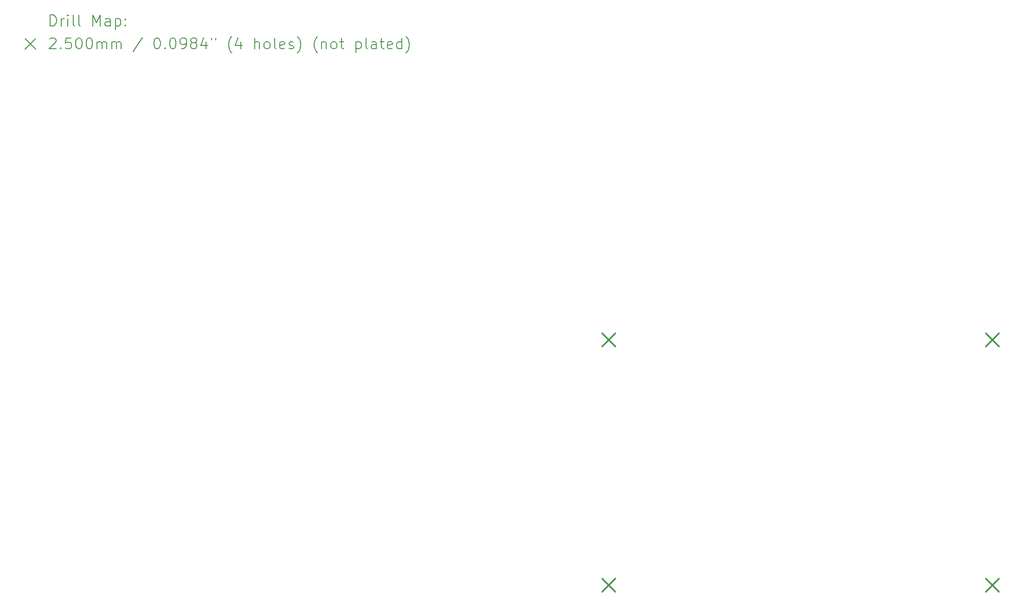
<source format=gbr>
%TF.GenerationSoftware,KiCad,Pcbnew,8.0.6*%
%TF.CreationDate,2025-05-08T15:48:47-04:00*%
%TF.ProjectId,PowerBoard2,506f7765-7242-46f6-9172-64322e6b6963,rev?*%
%TF.SameCoordinates,Original*%
%TF.FileFunction,Drillmap*%
%TF.FilePolarity,Positive*%
%FSLAX45Y45*%
G04 Gerber Fmt 4.5, Leading zero omitted, Abs format (unit mm)*
G04 Created by KiCad (PCBNEW 8.0.6) date 2025-05-08 15:48:47*
%MOMM*%
%LPD*%
G01*
G04 APERTURE LIST*
%ADD10C,0.200000*%
%ADD11C,0.250000*%
G04 APERTURE END LIST*
D10*
D11*
X10325000Y-5915000D02*
X10575000Y-6165000D01*
X10575000Y-5915000D02*
X10325000Y-6165000D01*
X10325000Y-10395000D02*
X10575000Y-10645000D01*
X10575000Y-10395000D02*
X10325000Y-10645000D01*
X17325000Y-5915000D02*
X17575000Y-6165000D01*
X17575000Y-5915000D02*
X17325000Y-6165000D01*
X17325000Y-10395000D02*
X17575000Y-10645000D01*
X17575000Y-10395000D02*
X17325000Y-10645000D01*
D10*
X260777Y-311484D02*
X260777Y-111484D01*
X260777Y-111484D02*
X308396Y-111484D01*
X308396Y-111484D02*
X336967Y-121008D01*
X336967Y-121008D02*
X356015Y-140055D01*
X356015Y-140055D02*
X365539Y-159103D01*
X365539Y-159103D02*
X375062Y-197198D01*
X375062Y-197198D02*
X375062Y-225769D01*
X375062Y-225769D02*
X365539Y-263865D01*
X365539Y-263865D02*
X356015Y-282912D01*
X356015Y-282912D02*
X336967Y-301960D01*
X336967Y-301960D02*
X308396Y-311484D01*
X308396Y-311484D02*
X260777Y-311484D01*
X460777Y-311484D02*
X460777Y-178150D01*
X460777Y-216246D02*
X470301Y-197198D01*
X470301Y-197198D02*
X479824Y-187674D01*
X479824Y-187674D02*
X498872Y-178150D01*
X498872Y-178150D02*
X517920Y-178150D01*
X584586Y-311484D02*
X584586Y-178150D01*
X584586Y-111484D02*
X575063Y-121008D01*
X575063Y-121008D02*
X584586Y-130531D01*
X584586Y-130531D02*
X594110Y-121008D01*
X594110Y-121008D02*
X584586Y-111484D01*
X584586Y-111484D02*
X584586Y-130531D01*
X708396Y-311484D02*
X689348Y-301960D01*
X689348Y-301960D02*
X679824Y-282912D01*
X679824Y-282912D02*
X679824Y-111484D01*
X813158Y-311484D02*
X794110Y-301960D01*
X794110Y-301960D02*
X784586Y-282912D01*
X784586Y-282912D02*
X784586Y-111484D01*
X1041729Y-311484D02*
X1041729Y-111484D01*
X1041729Y-111484D02*
X1108396Y-254341D01*
X1108396Y-254341D02*
X1175063Y-111484D01*
X1175063Y-111484D02*
X1175063Y-311484D01*
X1356015Y-311484D02*
X1356015Y-206722D01*
X1356015Y-206722D02*
X1346491Y-187674D01*
X1346491Y-187674D02*
X1327444Y-178150D01*
X1327444Y-178150D02*
X1289348Y-178150D01*
X1289348Y-178150D02*
X1270301Y-187674D01*
X1356015Y-301960D02*
X1336967Y-311484D01*
X1336967Y-311484D02*
X1289348Y-311484D01*
X1289348Y-311484D02*
X1270301Y-301960D01*
X1270301Y-301960D02*
X1260777Y-282912D01*
X1260777Y-282912D02*
X1260777Y-263865D01*
X1260777Y-263865D02*
X1270301Y-244817D01*
X1270301Y-244817D02*
X1289348Y-235293D01*
X1289348Y-235293D02*
X1336967Y-235293D01*
X1336967Y-235293D02*
X1356015Y-225769D01*
X1451253Y-178150D02*
X1451253Y-378150D01*
X1451253Y-187674D02*
X1470301Y-178150D01*
X1470301Y-178150D02*
X1508396Y-178150D01*
X1508396Y-178150D02*
X1527443Y-187674D01*
X1527443Y-187674D02*
X1536967Y-197198D01*
X1536967Y-197198D02*
X1546491Y-216246D01*
X1546491Y-216246D02*
X1546491Y-273389D01*
X1546491Y-273389D02*
X1536967Y-292436D01*
X1536967Y-292436D02*
X1527443Y-301960D01*
X1527443Y-301960D02*
X1508396Y-311484D01*
X1508396Y-311484D02*
X1470301Y-311484D01*
X1470301Y-311484D02*
X1451253Y-301960D01*
X1632205Y-292436D02*
X1641729Y-301960D01*
X1641729Y-301960D02*
X1632205Y-311484D01*
X1632205Y-311484D02*
X1622682Y-301960D01*
X1622682Y-301960D02*
X1632205Y-292436D01*
X1632205Y-292436D02*
X1632205Y-311484D01*
X1632205Y-187674D02*
X1641729Y-197198D01*
X1641729Y-197198D02*
X1632205Y-206722D01*
X1632205Y-206722D02*
X1622682Y-197198D01*
X1622682Y-197198D02*
X1632205Y-187674D01*
X1632205Y-187674D02*
X1632205Y-206722D01*
X-200000Y-540000D02*
X0Y-740000D01*
X0Y-540000D02*
X-200000Y-740000D01*
X251253Y-550531D02*
X260777Y-541008D01*
X260777Y-541008D02*
X279824Y-531484D01*
X279824Y-531484D02*
X327444Y-531484D01*
X327444Y-531484D02*
X346491Y-541008D01*
X346491Y-541008D02*
X356015Y-550531D01*
X356015Y-550531D02*
X365539Y-569579D01*
X365539Y-569579D02*
X365539Y-588627D01*
X365539Y-588627D02*
X356015Y-617198D01*
X356015Y-617198D02*
X241729Y-731484D01*
X241729Y-731484D02*
X365539Y-731484D01*
X451253Y-712436D02*
X460777Y-721960D01*
X460777Y-721960D02*
X451253Y-731484D01*
X451253Y-731484D02*
X441729Y-721960D01*
X441729Y-721960D02*
X451253Y-712436D01*
X451253Y-712436D02*
X451253Y-731484D01*
X641729Y-531484D02*
X546491Y-531484D01*
X546491Y-531484D02*
X536967Y-626722D01*
X536967Y-626722D02*
X546491Y-617198D01*
X546491Y-617198D02*
X565539Y-607674D01*
X565539Y-607674D02*
X613158Y-607674D01*
X613158Y-607674D02*
X632205Y-617198D01*
X632205Y-617198D02*
X641729Y-626722D01*
X641729Y-626722D02*
X651253Y-645770D01*
X651253Y-645770D02*
X651253Y-693389D01*
X651253Y-693389D02*
X641729Y-712436D01*
X641729Y-712436D02*
X632205Y-721960D01*
X632205Y-721960D02*
X613158Y-731484D01*
X613158Y-731484D02*
X565539Y-731484D01*
X565539Y-731484D02*
X546491Y-721960D01*
X546491Y-721960D02*
X536967Y-712436D01*
X775062Y-531484D02*
X794110Y-531484D01*
X794110Y-531484D02*
X813158Y-541008D01*
X813158Y-541008D02*
X822682Y-550531D01*
X822682Y-550531D02*
X832205Y-569579D01*
X832205Y-569579D02*
X841729Y-607674D01*
X841729Y-607674D02*
X841729Y-655293D01*
X841729Y-655293D02*
X832205Y-693389D01*
X832205Y-693389D02*
X822682Y-712436D01*
X822682Y-712436D02*
X813158Y-721960D01*
X813158Y-721960D02*
X794110Y-731484D01*
X794110Y-731484D02*
X775062Y-731484D01*
X775062Y-731484D02*
X756015Y-721960D01*
X756015Y-721960D02*
X746491Y-712436D01*
X746491Y-712436D02*
X736967Y-693389D01*
X736967Y-693389D02*
X727443Y-655293D01*
X727443Y-655293D02*
X727443Y-607674D01*
X727443Y-607674D02*
X736967Y-569579D01*
X736967Y-569579D02*
X746491Y-550531D01*
X746491Y-550531D02*
X756015Y-541008D01*
X756015Y-541008D02*
X775062Y-531484D01*
X965539Y-531484D02*
X984586Y-531484D01*
X984586Y-531484D02*
X1003634Y-541008D01*
X1003634Y-541008D02*
X1013158Y-550531D01*
X1013158Y-550531D02*
X1022682Y-569579D01*
X1022682Y-569579D02*
X1032205Y-607674D01*
X1032205Y-607674D02*
X1032205Y-655293D01*
X1032205Y-655293D02*
X1022682Y-693389D01*
X1022682Y-693389D02*
X1013158Y-712436D01*
X1013158Y-712436D02*
X1003634Y-721960D01*
X1003634Y-721960D02*
X984586Y-731484D01*
X984586Y-731484D02*
X965539Y-731484D01*
X965539Y-731484D02*
X946491Y-721960D01*
X946491Y-721960D02*
X936967Y-712436D01*
X936967Y-712436D02*
X927443Y-693389D01*
X927443Y-693389D02*
X917920Y-655293D01*
X917920Y-655293D02*
X917920Y-607674D01*
X917920Y-607674D02*
X927443Y-569579D01*
X927443Y-569579D02*
X936967Y-550531D01*
X936967Y-550531D02*
X946491Y-541008D01*
X946491Y-541008D02*
X965539Y-531484D01*
X1117920Y-731484D02*
X1117920Y-598150D01*
X1117920Y-617198D02*
X1127444Y-607674D01*
X1127444Y-607674D02*
X1146491Y-598150D01*
X1146491Y-598150D02*
X1175063Y-598150D01*
X1175063Y-598150D02*
X1194110Y-607674D01*
X1194110Y-607674D02*
X1203634Y-626722D01*
X1203634Y-626722D02*
X1203634Y-731484D01*
X1203634Y-626722D02*
X1213158Y-607674D01*
X1213158Y-607674D02*
X1232205Y-598150D01*
X1232205Y-598150D02*
X1260777Y-598150D01*
X1260777Y-598150D02*
X1279825Y-607674D01*
X1279825Y-607674D02*
X1289348Y-626722D01*
X1289348Y-626722D02*
X1289348Y-731484D01*
X1384586Y-731484D02*
X1384586Y-598150D01*
X1384586Y-617198D02*
X1394110Y-607674D01*
X1394110Y-607674D02*
X1413158Y-598150D01*
X1413158Y-598150D02*
X1441729Y-598150D01*
X1441729Y-598150D02*
X1460777Y-607674D01*
X1460777Y-607674D02*
X1470301Y-626722D01*
X1470301Y-626722D02*
X1470301Y-731484D01*
X1470301Y-626722D02*
X1479824Y-607674D01*
X1479824Y-607674D02*
X1498872Y-598150D01*
X1498872Y-598150D02*
X1527443Y-598150D01*
X1527443Y-598150D02*
X1546491Y-607674D01*
X1546491Y-607674D02*
X1556015Y-626722D01*
X1556015Y-626722D02*
X1556015Y-731484D01*
X1946491Y-521960D02*
X1775063Y-779103D01*
X2203634Y-531484D02*
X2222682Y-531484D01*
X2222682Y-531484D02*
X2241729Y-541008D01*
X2241729Y-541008D02*
X2251253Y-550531D01*
X2251253Y-550531D02*
X2260777Y-569579D01*
X2260777Y-569579D02*
X2270301Y-607674D01*
X2270301Y-607674D02*
X2270301Y-655293D01*
X2270301Y-655293D02*
X2260777Y-693389D01*
X2260777Y-693389D02*
X2251253Y-712436D01*
X2251253Y-712436D02*
X2241729Y-721960D01*
X2241729Y-721960D02*
X2222682Y-731484D01*
X2222682Y-731484D02*
X2203634Y-731484D01*
X2203634Y-731484D02*
X2184587Y-721960D01*
X2184587Y-721960D02*
X2175063Y-712436D01*
X2175063Y-712436D02*
X2165539Y-693389D01*
X2165539Y-693389D02*
X2156015Y-655293D01*
X2156015Y-655293D02*
X2156015Y-607674D01*
X2156015Y-607674D02*
X2165539Y-569579D01*
X2165539Y-569579D02*
X2175063Y-550531D01*
X2175063Y-550531D02*
X2184587Y-541008D01*
X2184587Y-541008D02*
X2203634Y-531484D01*
X2356015Y-712436D02*
X2365539Y-721960D01*
X2365539Y-721960D02*
X2356015Y-731484D01*
X2356015Y-731484D02*
X2346491Y-721960D01*
X2346491Y-721960D02*
X2356015Y-712436D01*
X2356015Y-712436D02*
X2356015Y-731484D01*
X2489348Y-531484D02*
X2508396Y-531484D01*
X2508396Y-531484D02*
X2527444Y-541008D01*
X2527444Y-541008D02*
X2536968Y-550531D01*
X2536968Y-550531D02*
X2546491Y-569579D01*
X2546491Y-569579D02*
X2556015Y-607674D01*
X2556015Y-607674D02*
X2556015Y-655293D01*
X2556015Y-655293D02*
X2546491Y-693389D01*
X2546491Y-693389D02*
X2536968Y-712436D01*
X2536968Y-712436D02*
X2527444Y-721960D01*
X2527444Y-721960D02*
X2508396Y-731484D01*
X2508396Y-731484D02*
X2489348Y-731484D01*
X2489348Y-731484D02*
X2470301Y-721960D01*
X2470301Y-721960D02*
X2460777Y-712436D01*
X2460777Y-712436D02*
X2451253Y-693389D01*
X2451253Y-693389D02*
X2441729Y-655293D01*
X2441729Y-655293D02*
X2441729Y-607674D01*
X2441729Y-607674D02*
X2451253Y-569579D01*
X2451253Y-569579D02*
X2460777Y-550531D01*
X2460777Y-550531D02*
X2470301Y-541008D01*
X2470301Y-541008D02*
X2489348Y-531484D01*
X2651253Y-731484D02*
X2689348Y-731484D01*
X2689348Y-731484D02*
X2708396Y-721960D01*
X2708396Y-721960D02*
X2717920Y-712436D01*
X2717920Y-712436D02*
X2736968Y-683865D01*
X2736968Y-683865D02*
X2746491Y-645770D01*
X2746491Y-645770D02*
X2746491Y-569579D01*
X2746491Y-569579D02*
X2736968Y-550531D01*
X2736968Y-550531D02*
X2727444Y-541008D01*
X2727444Y-541008D02*
X2708396Y-531484D01*
X2708396Y-531484D02*
X2670301Y-531484D01*
X2670301Y-531484D02*
X2651253Y-541008D01*
X2651253Y-541008D02*
X2641729Y-550531D01*
X2641729Y-550531D02*
X2632206Y-569579D01*
X2632206Y-569579D02*
X2632206Y-617198D01*
X2632206Y-617198D02*
X2641729Y-636246D01*
X2641729Y-636246D02*
X2651253Y-645770D01*
X2651253Y-645770D02*
X2670301Y-655293D01*
X2670301Y-655293D02*
X2708396Y-655293D01*
X2708396Y-655293D02*
X2727444Y-645770D01*
X2727444Y-645770D02*
X2736968Y-636246D01*
X2736968Y-636246D02*
X2746491Y-617198D01*
X2860777Y-617198D02*
X2841729Y-607674D01*
X2841729Y-607674D02*
X2832206Y-598150D01*
X2832206Y-598150D02*
X2822682Y-579103D01*
X2822682Y-579103D02*
X2822682Y-569579D01*
X2822682Y-569579D02*
X2832206Y-550531D01*
X2832206Y-550531D02*
X2841729Y-541008D01*
X2841729Y-541008D02*
X2860777Y-531484D01*
X2860777Y-531484D02*
X2898872Y-531484D01*
X2898872Y-531484D02*
X2917920Y-541008D01*
X2917920Y-541008D02*
X2927444Y-550531D01*
X2927444Y-550531D02*
X2936967Y-569579D01*
X2936967Y-569579D02*
X2936967Y-579103D01*
X2936967Y-579103D02*
X2927444Y-598150D01*
X2927444Y-598150D02*
X2917920Y-607674D01*
X2917920Y-607674D02*
X2898872Y-617198D01*
X2898872Y-617198D02*
X2860777Y-617198D01*
X2860777Y-617198D02*
X2841729Y-626722D01*
X2841729Y-626722D02*
X2832206Y-636246D01*
X2832206Y-636246D02*
X2822682Y-655293D01*
X2822682Y-655293D02*
X2822682Y-693389D01*
X2822682Y-693389D02*
X2832206Y-712436D01*
X2832206Y-712436D02*
X2841729Y-721960D01*
X2841729Y-721960D02*
X2860777Y-731484D01*
X2860777Y-731484D02*
X2898872Y-731484D01*
X2898872Y-731484D02*
X2917920Y-721960D01*
X2917920Y-721960D02*
X2927444Y-712436D01*
X2927444Y-712436D02*
X2936967Y-693389D01*
X2936967Y-693389D02*
X2936967Y-655293D01*
X2936967Y-655293D02*
X2927444Y-636246D01*
X2927444Y-636246D02*
X2917920Y-626722D01*
X2917920Y-626722D02*
X2898872Y-617198D01*
X3108396Y-598150D02*
X3108396Y-731484D01*
X3060777Y-521960D02*
X3013158Y-664817D01*
X3013158Y-664817D02*
X3136967Y-664817D01*
X3203634Y-531484D02*
X3203634Y-569579D01*
X3279825Y-531484D02*
X3279825Y-569579D01*
X3575063Y-807674D02*
X3565539Y-798150D01*
X3565539Y-798150D02*
X3546491Y-769579D01*
X3546491Y-769579D02*
X3536968Y-750531D01*
X3536968Y-750531D02*
X3527444Y-721960D01*
X3527444Y-721960D02*
X3517920Y-674341D01*
X3517920Y-674341D02*
X3517920Y-636246D01*
X3517920Y-636246D02*
X3527444Y-588627D01*
X3527444Y-588627D02*
X3536968Y-560055D01*
X3536968Y-560055D02*
X3546491Y-541008D01*
X3546491Y-541008D02*
X3565539Y-512436D01*
X3565539Y-512436D02*
X3575063Y-502912D01*
X3736968Y-598150D02*
X3736968Y-731484D01*
X3689348Y-521960D02*
X3641729Y-664817D01*
X3641729Y-664817D02*
X3765539Y-664817D01*
X3994110Y-731484D02*
X3994110Y-531484D01*
X4079825Y-731484D02*
X4079825Y-626722D01*
X4079825Y-626722D02*
X4070301Y-607674D01*
X4070301Y-607674D02*
X4051253Y-598150D01*
X4051253Y-598150D02*
X4022682Y-598150D01*
X4022682Y-598150D02*
X4003634Y-607674D01*
X4003634Y-607674D02*
X3994110Y-617198D01*
X4203634Y-731484D02*
X4184587Y-721960D01*
X4184587Y-721960D02*
X4175063Y-712436D01*
X4175063Y-712436D02*
X4165539Y-693389D01*
X4165539Y-693389D02*
X4165539Y-636246D01*
X4165539Y-636246D02*
X4175063Y-617198D01*
X4175063Y-617198D02*
X4184587Y-607674D01*
X4184587Y-607674D02*
X4203634Y-598150D01*
X4203634Y-598150D02*
X4232206Y-598150D01*
X4232206Y-598150D02*
X4251253Y-607674D01*
X4251253Y-607674D02*
X4260777Y-617198D01*
X4260777Y-617198D02*
X4270301Y-636246D01*
X4270301Y-636246D02*
X4270301Y-693389D01*
X4270301Y-693389D02*
X4260777Y-712436D01*
X4260777Y-712436D02*
X4251253Y-721960D01*
X4251253Y-721960D02*
X4232206Y-731484D01*
X4232206Y-731484D02*
X4203634Y-731484D01*
X4384587Y-731484D02*
X4365539Y-721960D01*
X4365539Y-721960D02*
X4356015Y-702912D01*
X4356015Y-702912D02*
X4356015Y-531484D01*
X4536968Y-721960D02*
X4517920Y-731484D01*
X4517920Y-731484D02*
X4479825Y-731484D01*
X4479825Y-731484D02*
X4460777Y-721960D01*
X4460777Y-721960D02*
X4451253Y-702912D01*
X4451253Y-702912D02*
X4451253Y-626722D01*
X4451253Y-626722D02*
X4460777Y-607674D01*
X4460777Y-607674D02*
X4479825Y-598150D01*
X4479825Y-598150D02*
X4517920Y-598150D01*
X4517920Y-598150D02*
X4536968Y-607674D01*
X4536968Y-607674D02*
X4546492Y-626722D01*
X4546492Y-626722D02*
X4546492Y-645770D01*
X4546492Y-645770D02*
X4451253Y-664817D01*
X4622682Y-721960D02*
X4641730Y-731484D01*
X4641730Y-731484D02*
X4679825Y-731484D01*
X4679825Y-731484D02*
X4698873Y-721960D01*
X4698873Y-721960D02*
X4708396Y-702912D01*
X4708396Y-702912D02*
X4708396Y-693389D01*
X4708396Y-693389D02*
X4698873Y-674341D01*
X4698873Y-674341D02*
X4679825Y-664817D01*
X4679825Y-664817D02*
X4651253Y-664817D01*
X4651253Y-664817D02*
X4632206Y-655293D01*
X4632206Y-655293D02*
X4622682Y-636246D01*
X4622682Y-636246D02*
X4622682Y-626722D01*
X4622682Y-626722D02*
X4632206Y-607674D01*
X4632206Y-607674D02*
X4651253Y-598150D01*
X4651253Y-598150D02*
X4679825Y-598150D01*
X4679825Y-598150D02*
X4698873Y-607674D01*
X4775063Y-807674D02*
X4784587Y-798150D01*
X4784587Y-798150D02*
X4803634Y-769579D01*
X4803634Y-769579D02*
X4813158Y-750531D01*
X4813158Y-750531D02*
X4822682Y-721960D01*
X4822682Y-721960D02*
X4832206Y-674341D01*
X4832206Y-674341D02*
X4832206Y-636246D01*
X4832206Y-636246D02*
X4822682Y-588627D01*
X4822682Y-588627D02*
X4813158Y-560055D01*
X4813158Y-560055D02*
X4803634Y-541008D01*
X4803634Y-541008D02*
X4784587Y-512436D01*
X4784587Y-512436D02*
X4775063Y-502912D01*
X5136968Y-807674D02*
X5127444Y-798150D01*
X5127444Y-798150D02*
X5108396Y-769579D01*
X5108396Y-769579D02*
X5098873Y-750531D01*
X5098873Y-750531D02*
X5089349Y-721960D01*
X5089349Y-721960D02*
X5079825Y-674341D01*
X5079825Y-674341D02*
X5079825Y-636246D01*
X5079825Y-636246D02*
X5089349Y-588627D01*
X5089349Y-588627D02*
X5098873Y-560055D01*
X5098873Y-560055D02*
X5108396Y-541008D01*
X5108396Y-541008D02*
X5127444Y-512436D01*
X5127444Y-512436D02*
X5136968Y-502912D01*
X5213158Y-598150D02*
X5213158Y-731484D01*
X5213158Y-617198D02*
X5222682Y-607674D01*
X5222682Y-607674D02*
X5241730Y-598150D01*
X5241730Y-598150D02*
X5270301Y-598150D01*
X5270301Y-598150D02*
X5289349Y-607674D01*
X5289349Y-607674D02*
X5298873Y-626722D01*
X5298873Y-626722D02*
X5298873Y-731484D01*
X5422682Y-731484D02*
X5403634Y-721960D01*
X5403634Y-721960D02*
X5394111Y-712436D01*
X5394111Y-712436D02*
X5384587Y-693389D01*
X5384587Y-693389D02*
X5384587Y-636246D01*
X5384587Y-636246D02*
X5394111Y-617198D01*
X5394111Y-617198D02*
X5403634Y-607674D01*
X5403634Y-607674D02*
X5422682Y-598150D01*
X5422682Y-598150D02*
X5451254Y-598150D01*
X5451254Y-598150D02*
X5470301Y-607674D01*
X5470301Y-607674D02*
X5479825Y-617198D01*
X5479825Y-617198D02*
X5489349Y-636246D01*
X5489349Y-636246D02*
X5489349Y-693389D01*
X5489349Y-693389D02*
X5479825Y-712436D01*
X5479825Y-712436D02*
X5470301Y-721960D01*
X5470301Y-721960D02*
X5451254Y-731484D01*
X5451254Y-731484D02*
X5422682Y-731484D01*
X5546492Y-598150D02*
X5622682Y-598150D01*
X5575063Y-531484D02*
X5575063Y-702912D01*
X5575063Y-702912D02*
X5584587Y-721960D01*
X5584587Y-721960D02*
X5603634Y-731484D01*
X5603634Y-731484D02*
X5622682Y-731484D01*
X5841730Y-598150D02*
X5841730Y-798150D01*
X5841730Y-607674D02*
X5860777Y-598150D01*
X5860777Y-598150D02*
X5898873Y-598150D01*
X5898873Y-598150D02*
X5917920Y-607674D01*
X5917920Y-607674D02*
X5927444Y-617198D01*
X5927444Y-617198D02*
X5936968Y-636246D01*
X5936968Y-636246D02*
X5936968Y-693389D01*
X5936968Y-693389D02*
X5927444Y-712436D01*
X5927444Y-712436D02*
X5917920Y-721960D01*
X5917920Y-721960D02*
X5898873Y-731484D01*
X5898873Y-731484D02*
X5860777Y-731484D01*
X5860777Y-731484D02*
X5841730Y-721960D01*
X6051253Y-731484D02*
X6032206Y-721960D01*
X6032206Y-721960D02*
X6022682Y-702912D01*
X6022682Y-702912D02*
X6022682Y-531484D01*
X6213158Y-731484D02*
X6213158Y-626722D01*
X6213158Y-626722D02*
X6203634Y-607674D01*
X6203634Y-607674D02*
X6184587Y-598150D01*
X6184587Y-598150D02*
X6146492Y-598150D01*
X6146492Y-598150D02*
X6127444Y-607674D01*
X6213158Y-721960D02*
X6194111Y-731484D01*
X6194111Y-731484D02*
X6146492Y-731484D01*
X6146492Y-731484D02*
X6127444Y-721960D01*
X6127444Y-721960D02*
X6117920Y-702912D01*
X6117920Y-702912D02*
X6117920Y-683865D01*
X6117920Y-683865D02*
X6127444Y-664817D01*
X6127444Y-664817D02*
X6146492Y-655293D01*
X6146492Y-655293D02*
X6194111Y-655293D01*
X6194111Y-655293D02*
X6213158Y-645770D01*
X6279825Y-598150D02*
X6356015Y-598150D01*
X6308396Y-531484D02*
X6308396Y-702912D01*
X6308396Y-702912D02*
X6317920Y-721960D01*
X6317920Y-721960D02*
X6336968Y-731484D01*
X6336968Y-731484D02*
X6356015Y-731484D01*
X6498873Y-721960D02*
X6479825Y-731484D01*
X6479825Y-731484D02*
X6441730Y-731484D01*
X6441730Y-731484D02*
X6422682Y-721960D01*
X6422682Y-721960D02*
X6413158Y-702912D01*
X6413158Y-702912D02*
X6413158Y-626722D01*
X6413158Y-626722D02*
X6422682Y-607674D01*
X6422682Y-607674D02*
X6441730Y-598150D01*
X6441730Y-598150D02*
X6479825Y-598150D01*
X6479825Y-598150D02*
X6498873Y-607674D01*
X6498873Y-607674D02*
X6508396Y-626722D01*
X6508396Y-626722D02*
X6508396Y-645770D01*
X6508396Y-645770D02*
X6413158Y-664817D01*
X6679825Y-731484D02*
X6679825Y-531484D01*
X6679825Y-721960D02*
X6660777Y-731484D01*
X6660777Y-731484D02*
X6622682Y-731484D01*
X6622682Y-731484D02*
X6603634Y-721960D01*
X6603634Y-721960D02*
X6594111Y-712436D01*
X6594111Y-712436D02*
X6584587Y-693389D01*
X6584587Y-693389D02*
X6584587Y-636246D01*
X6584587Y-636246D02*
X6594111Y-617198D01*
X6594111Y-617198D02*
X6603634Y-607674D01*
X6603634Y-607674D02*
X6622682Y-598150D01*
X6622682Y-598150D02*
X6660777Y-598150D01*
X6660777Y-598150D02*
X6679825Y-607674D01*
X6756015Y-807674D02*
X6765539Y-798150D01*
X6765539Y-798150D02*
X6784587Y-769579D01*
X6784587Y-769579D02*
X6794111Y-750531D01*
X6794111Y-750531D02*
X6803634Y-721960D01*
X6803634Y-721960D02*
X6813158Y-674341D01*
X6813158Y-674341D02*
X6813158Y-636246D01*
X6813158Y-636246D02*
X6803634Y-588627D01*
X6803634Y-588627D02*
X6794111Y-560055D01*
X6794111Y-560055D02*
X6784587Y-541008D01*
X6784587Y-541008D02*
X6765539Y-512436D01*
X6765539Y-512436D02*
X6756015Y-502912D01*
M02*

</source>
